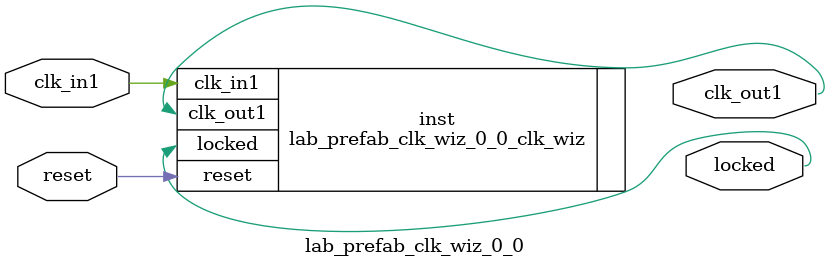
<source format=v>


`timescale 1ps/1ps

(* CORE_GENERATION_INFO = "lab_prefab_clk_wiz_0_0,clk_wiz_v6_0_10_0_0,{component_name=lab_prefab_clk_wiz_0_0,use_phase_alignment=true,use_min_o_jitter=false,use_max_i_jitter=false,use_dyn_phase_shift=false,use_inclk_switchover=false,use_dyn_reconfig=false,enable_axi=0,feedback_source=FDBK_AUTO,PRIMITIVE=MMCM,num_out_clk=1,clkin1_period=10.000,clkin2_period=10.000,use_power_down=false,use_reset=true,use_locked=true,use_inclk_stopped=false,feedback_type=SINGLE,CLOCK_MGR_TYPE=NA,manual_override=false}" *)

module lab_prefab_clk_wiz_0_0 
 (
  // Clock out ports
  output        clk_out1,
  // Status and control signals
  input         reset,
  output        locked,
 // Clock in ports
  input         clk_in1
 );

  lab_prefab_clk_wiz_0_0_clk_wiz inst
  (
  // Clock out ports  
  .clk_out1(clk_out1),
  // Status and control signals               
  .reset(reset), 
  .locked(locked),
 // Clock in ports
  .clk_in1(clk_in1)
  );

endmodule

</source>
